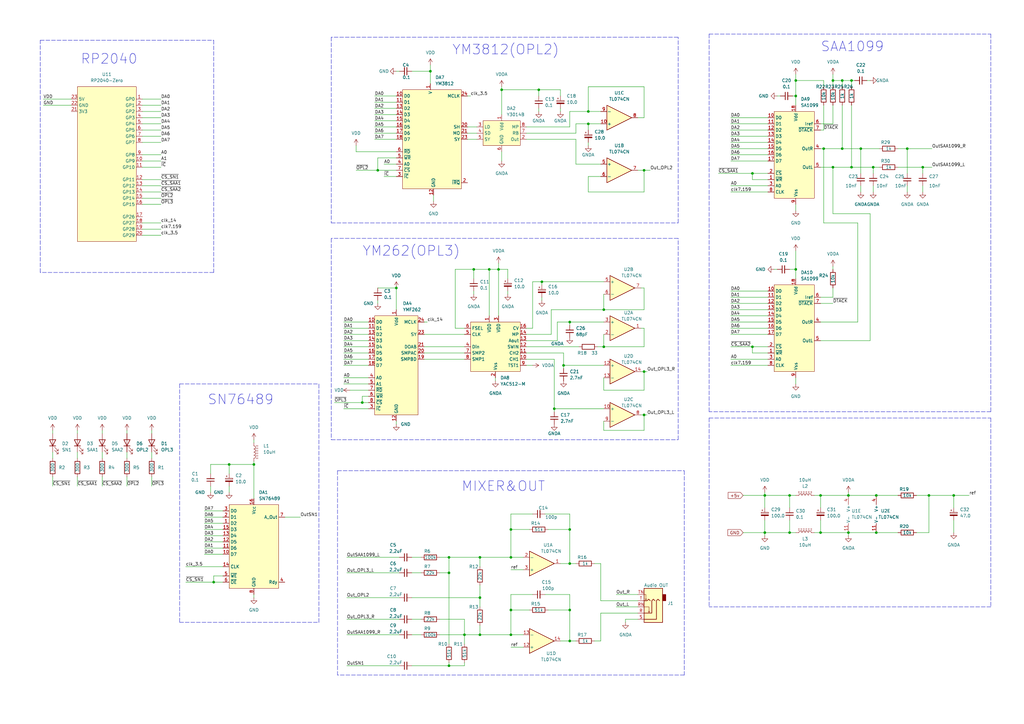
<source format=kicad_sch>
(kicad_sch (version 20211123) (generator eeschema)
  (paper "A3")
  (title_block (title "XT_Sound SN76489+2SAA1099+OPL") (company "Мурмуляторная"))
  (junction (at 326.39 110.49))
  (junction (at 264.16 152.4))
  (junction (at 204.47 110.49))
  (junction (at 209.55 250.19))
  (junction (at 347.98 218.44))
  (junction (at 196.85 260.35))
  (junction (at 194.31 110.49))
  (junction (at 313.69 218.44))
  (junction (at 337.82 60.96))
  (junction (at 209.55 260.35))
  (junction (at 349.25 33.02))
  (junction (at 264.16 69.85))
  (junction (at 104.14 190.5))
  (junction (at 247.65 142.24))
  (junction (at 349.25 68.58))
  (junction (at 231.14 149.86))
  (junction (at 233.68 250.19))
  (junction (at 222.25 115.57))
  (junction (at 233.68 262.89))
  (junction (at 93.98 190.5))
  (junction (at 264.16 170.18))
  (junction (at 241.3 45.72))
  (junction (at 220.98 36.83))
  (junction (at 205.74 36.83))
  (junction (at 176.53 29.21))
  (junction (at 347.98 203.2))
  (junction (at 154.94 69.85))
  (junction (at 323.85 218.44))
  (junction (at 148.59 165.1))
  (junction (at 353.06 60.96))
  (junction (at 184.15 273.05))
  (junction (at 247.65 127))
  (junction (at 358.14 68.58))
  (junction (at 359.41 218.44))
  (junction (at 359.41 203.2))
  (junction (at 341.63 68.58))
  (junction (at 209.55 228.6))
  (junction (at 341.63 33.02))
  (junction (at 345.44 33.02))
  (junction (at 381 203.2))
  (junction (at 326.39 39.37))
  (junction (at 162.56 118.11))
  (junction (at 233.68 217.17))
  (junction (at 378.46 68.58))
  (junction (at 241.3 50.8))
  (junction (at 196.85 245.11))
  (junction (at 336.55 218.44))
  (junction (at 184.15 228.6))
  (junction (at 391.16 203.2))
  (junction (at 227.33 167.64))
  (junction (at 326.39 33.02))
  (junction (at 209.55 217.17))
  (junction (at 196.85 228.6))
  (junction (at 308.61 142.24))
  (junction (at 323.85 203.2))
  (junction (at 308.61 71.12))
  (junction (at 345.44 60.96))
  (junction (at 190.5 260.35))
  (junction (at 184.15 234.95))
  (junction (at 233.68 132.08))
  (junction (at 233.68 231.14))
  (junction (at 336.55 203.2))
  (junction (at 87.63 238.76))
  (junction (at 313.69 203.2))
  (junction (at 200.66 110.49))
  (junction (at 372.11 60.96))
  (wire (pts (xy 196.85 260.35) (xy 209.55 260.35)))
  (wire (pts (xy 186.69 110.49) (xy 186.69 134.62)))
  (polyline (pts (xy 135.89 180.34) (xy 278.13 180.34)))
  (wire (pts (xy 341.63 50.8) (xy 341.63 43.18)))
  (wire (pts (xy 66.04 58.42) (xy 58.42 58.42)))
  (wire (pts (xy 184.15 271.78) (xy 184.15 273.05)))
  (wire (pts (xy 375.92 203.2) (xy 381 203.2)))
  (wire (pts (xy 247.65 142.24) (xy 264.16 142.24)))
  (wire (pts (xy 193.04 39.37) (xy 191.77 39.37)))
  (wire (pts (xy 299.72 124.46) (xy 314.96 124.46)))
  (wire (pts (xy 52.07 195.58) (xy 52.07 199.39)))
  (wire (pts (xy 264.16 69.85) (xy 266.7 69.85)))
  (wire (pts (xy 66.04 68.58) (xy 58.42 68.58)))
  (wire (pts (xy 347.98 203.2) (xy 359.41 203.2)))
  (wire (pts (xy 326.39 33.02) (xy 337.82 33.02)))
  (wire (pts (xy 162.56 64.77) (xy 154.94 64.77)))
  (polyline (pts (xy 135.89 15.24) (xy 135.89 91.44)))
  (wire (pts (xy 66.04 96.52) (xy 58.42 96.52)))
  (wire (pts (xy 323.85 213.36) (xy 323.85 218.44)))
  (wire (pts (xy 372.11 60.96) (xy 368.3 60.96)))
  (wire (pts (xy 66.04 78.74) (xy 58.42 78.74)))
  (wire (pts (xy 154.94 123.19) (xy 154.94 124.46)))
  (polyline (pts (xy 278.13 180.34) (xy 278.13 97.79)))
  (wire (pts (xy 180.34 228.6) (xy 184.15 228.6)))
  (wire (pts (xy 194.31 110.49) (xy 194.31 114.3)))
  (wire (pts (xy 326.39 30.48) (xy 326.39 33.02)))
  (wire (pts (xy 220.98 36.83) (xy 229.87 36.83)))
  (wire (pts (xy 299.72 137.16) (xy 314.96 137.16)))
  (wire (pts (xy 140.97 134.62) (xy 151.13 134.62)))
  (wire (pts (xy 351.79 91.44) (xy 337.82 91.44)))
  (wire (pts (xy 83.82 222.25) (xy 91.44 222.25)))
  (wire (pts (xy 153.67 52.07) (xy 162.56 52.07)))
  (wire (pts (xy 308.61 71.12) (xy 294.64 71.12)))
  (wire (pts (xy 142.24 245.11) (xy 163.83 245.11)))
  (wire (pts (xy 217.17 250.19) (xy 209.55 250.19)))
  (wire (pts (xy 233.68 132.08) (xy 233.68 133.35)))
  (wire (pts (xy 256.54 254) (xy 256.54 255.27)))
  (wire (pts (xy 142.24 234.95) (xy 163.83 234.95)))
  (wire (pts (xy 336.55 203.2) (xy 336.55 208.28)))
  (wire (pts (xy 326.39 102.87) (xy 326.39 110.49)))
  (wire (pts (xy 41.91 176.53) (xy 41.91 177.8)))
  (wire (pts (xy 341.63 30.48) (xy 341.63 33.02)))
  (wire (pts (xy 66.04 91.44) (xy 58.42 91.44)))
  (wire (pts (xy 180.34 234.95) (xy 184.15 234.95)))
  (wire (pts (xy 209.55 228.6) (xy 214.63 228.6)))
  (polyline (pts (xy 138.43 193.04) (xy 280.67 193.04)))
  (wire (pts (xy 140.97 149.86) (xy 151.13 149.86)))
  (wire (pts (xy 391.16 203.2) (xy 391.16 208.28)))
  (wire (pts (xy 264.16 152.4) (xy 262.89 152.4)))
  (wire (pts (xy 173.99 142.24) (xy 190.5 142.24)))
  (wire (pts (xy 157.48 67.31) (xy 162.56 67.31)))
  (wire (pts (xy 168.91 234.95) (xy 172.72 234.95)))
  (wire (pts (xy 157.48 72.39) (xy 162.56 72.39)))
  (polyline (pts (xy 280.67 276.86) (xy 138.43 276.86)))
  (wire (pts (xy 241.3 72.39) (xy 241.3 78.74)))
  (wire (pts (xy 153.67 39.37) (xy 162.56 39.37)))
  (wire (pts (xy 349.25 33.02) (xy 350.52 33.02)))
  (wire (pts (xy 62.23 185.42) (xy 62.23 187.96)))
  (wire (pts (xy 140.97 139.7) (xy 151.13 139.7)))
  (wire (pts (xy 142.24 254) (xy 163.83 254)))
  (wire (pts (xy 140.97 132.08) (xy 151.13 132.08)))
  (wire (pts (xy 233.68 52.07) (xy 233.68 45.72)))
  (wire (pts (xy 381 218.44) (xy 381 203.2)))
  (wire (pts (xy 356.87 33.02) (xy 355.6 33.02)))
  (wire (pts (xy 336.55 60.96) (xy 337.82 60.96)))
  (wire (pts (xy 215.9 147.32) (xy 227.33 147.32)))
  (wire (pts (xy 203.2 154.94) (xy 203.2 156.21)))
  (wire (pts (xy 21.59 176.53) (xy 21.59 177.8)))
  (wire (pts (xy 299.72 60.96) (xy 314.96 60.96)))
  (wire (pts (xy 104.14 190.5) (xy 104.14 204.47)))
  (wire (pts (xy 325.12 39.37) (xy 326.39 39.37)))
  (polyline (pts (xy 135.89 91.44) (xy 278.13 91.44)))
  (wire (pts (xy 246.38 251.46) (xy 261.62 251.46)))
  (wire (pts (xy 337.82 53.34) (xy 337.82 43.18)))
  (polyline (pts (xy 138.43 193.04) (xy 138.43 276.86)))
  (wire (pts (xy 83.82 224.79) (xy 91.44 224.79)))
  (wire (pts (xy 345.44 43.18) (xy 345.44 60.96)))
  (wire (pts (xy 264.16 127) (xy 264.16 118.11)))
  (wire (pts (xy 153.67 49.53) (xy 162.56 49.53)))
  (wire (pts (xy 247.65 176.53) (xy 264.16 176.53)))
  (wire (pts (xy 299.72 55.88) (xy 314.96 55.88)))
  (wire (pts (xy 184.15 234.95) (xy 184.15 264.16)))
  (wire (pts (xy 336.55 68.58) (xy 341.63 68.58)))
  (wire (pts (xy 52.07 176.53) (xy 52.07 177.8)))
  (wire (pts (xy 215.9 142.24) (xy 237.49 142.24)))
  (wire (pts (xy 143.51 160.02) (xy 151.13 160.02)))
  (polyline (pts (xy 73.66 157.48) (xy 73.66 255.27)))
  (wire (pts (xy 168.91 260.35) (xy 172.72 260.35)))
  (wire (pts (xy 31.75 195.58) (xy 31.75 199.39)))
  (wire (pts (xy 349.25 33.02) (xy 345.44 33.02)))
  (wire (pts (xy 196.85 245.11) (xy 196.85 248.92)))
  (polyline (pts (xy 135.89 97.79) (xy 135.89 180.34)))
  (wire (pts (xy 229.87 36.83) (xy 229.87 39.37)))
  (wire (pts (xy 154.94 64.77) (xy 154.94 69.85)))
  (wire (pts (xy 218.44 115.57) (xy 222.25 115.57)))
  (wire (pts (xy 168.91 245.11) (xy 196.85 245.11)))
  (wire (pts (xy 140.97 137.16) (xy 151.13 137.16)))
  (wire (pts (xy 337.82 91.44) (xy 337.82 60.96)))
  (wire (pts (xy 326.39 154.94) (xy 326.39 157.48)))
  (wire (pts (xy 264.16 152.4) (xy 264.16 160.02)))
  (wire (pts (xy 116.84 212.09) (xy 123.19 212.09)))
  (wire (pts (xy 66.04 93.98) (xy 58.42 93.98)))
  (wire (pts (xy 215.9 149.86) (xy 218.44 149.86)))
  (wire (pts (xy 299.72 129.54) (xy 314.96 129.54)))
  (wire (pts (xy 372.11 71.12) (xy 372.11 60.96)))
  (wire (pts (xy 261.62 254) (xy 256.54 254)))
  (wire (pts (xy 264.16 170.18) (xy 262.89 170.18)))
  (wire (pts (xy 245.11 142.24) (xy 247.65 142.24)))
  (wire (pts (xy 168.91 254) (xy 172.72 254)))
  (wire (pts (xy 264.16 176.53) (xy 264.16 170.18)))
  (wire (pts (xy 41.91 185.42) (xy 41.91 187.96)))
  (polyline (pts (xy 290.83 13.97) (xy 290.83 168.91)))
  (wire (pts (xy 66.04 76.2) (xy 58.42 76.2)))
  (wire (pts (xy 353.06 76.2) (xy 353.06 78.74)))
  (wire (pts (xy 215.9 52.07) (xy 233.68 52.07)))
  (wire (pts (xy 91.44 236.22) (xy 87.63 236.22)))
  (wire (pts (xy 66.04 48.26) (xy 58.42 48.26)))
  (wire (pts (xy 17.78 43.18) (xy 29.21 43.18)))
  (wire (pts (xy 104.14 243.84) (xy 104.14 245.11)))
  (polyline (pts (xy 290.83 171.45) (xy 290.83 248.92)))
  (wire (pts (xy 168.91 228.6) (xy 172.72 228.6)))
  (wire (pts (xy 247.65 127) (xy 264.16 127)))
  (wire (pts (xy 140.97 144.78) (xy 151.13 144.78)))
  (wire (pts (xy 391.16 203.2) (xy 397.51 203.2)))
  (polyline (pts (xy 406.4 168.91) (xy 290.83 168.91)))
  (wire (pts (xy 264.16 170.18) (xy 265.43 170.18)))
  (wire (pts (xy 140.97 154.94) (xy 151.13 154.94)))
  (wire (pts (xy 229.87 44.45) (xy 229.87 45.72)))
  (wire (pts (xy 205.74 35.56) (xy 205.74 36.83)))
  (wire (pts (xy 299.72 76.2) (xy 314.96 76.2)))
  (wire (pts (xy 378.46 68.58) (xy 382.27 68.58)))
  (wire (pts (xy 190.5 260.35) (xy 196.85 260.35)))
  (wire (pts (xy 222.25 115.57) (xy 247.65 115.57)))
  (wire (pts (xy 215.9 139.7) (xy 228.6 139.7)))
  (wire (pts (xy 299.72 78.74) (xy 314.96 78.74)))
  (wire (pts (xy 194.31 119.38) (xy 194.31 120.65)))
  (wire (pts (xy 66.04 43.18) (xy 58.42 43.18)))
  (wire (pts (xy 308.61 142.24) (xy 299.72 142.24)))
  (wire (pts (xy 168.91 29.21) (xy 176.53 29.21)))
  (wire (pts (xy 209.55 210.82) (xy 209.55 217.17)))
  (wire (pts (xy 353.06 60.96) (xy 353.06 71.12)))
  (wire (pts (xy 318.77 39.37) (xy 320.04 39.37)))
  (wire (pts (xy 349.25 68.58) (xy 358.14 68.58)))
  (wire (pts (xy 299.72 50.8) (xy 314.96 50.8)))
  (wire (pts (xy 231.14 144.78) (xy 231.14 149.86)))
  (wire (pts (xy 86.36 201.93) (xy 86.36 199.39)))
  (wire (pts (xy 353.06 60.96) (xy 360.68 60.96)))
  (wire (pts (xy 83.82 212.09) (xy 91.44 212.09)))
  (wire (pts (xy 347.98 218.44) (xy 359.41 218.44)))
  (wire (pts (xy 176.53 26.67) (xy 176.53 29.21)))
  (wire (pts (xy 345.44 33.02) (xy 341.63 33.02)))
  (wire (pts (xy 153.67 54.61) (xy 162.56 54.61)))
  (wire (pts (xy 341.63 109.22) (xy 341.63 110.49)))
  (wire (pts (xy 218.44 243.84) (xy 209.55 243.84)))
  (wire (pts (xy 140.97 167.64) (xy 151.13 167.64)))
  (wire (pts (xy 140.97 157.48) (xy 151.13 157.48)))
  (wire (pts (xy 215.9 144.78) (xy 231.14 144.78)))
  (wire (pts (xy 66.04 83.82) (xy 58.42 83.82)))
  (wire (pts (xy 349.25 35.56) (xy 349.25 33.02)))
  (wire (pts (xy 356.87 139.7) (xy 356.87 87.63)))
  (wire (pts (xy 190.5 254) (xy 190.5 260.35)))
  (polyline (pts (xy 16.51 111.76) (xy 16.51 16.51)))
  (wire (pts (xy 233.68 210.82) (xy 233.68 217.17)))
  (wire (pts (xy 358.14 68.58) (xy 360.68 68.58)))
  (wire (pts (xy 208.28 119.38) (xy 208.28 120.65)))
  (wire (pts (xy 345.44 33.02) (xy 345.44 35.56)))
  (wire (pts (xy 226.06 137.16) (xy 226.06 127)))
  (wire (pts (xy 215.9 137.16) (xy 226.06 137.16)))
  (wire (pts (xy 223.52 243.84) (xy 233.68 243.84)))
  (wire (pts (xy 175.26 132.08) (xy 173.99 132.08)))
  (wire (pts (xy 66.04 81.28) (xy 58.42 81.28)))
  (wire (pts (xy 21.59 195.58) (xy 21.59 199.39)))
  (wire (pts (xy 87.63 236.22) (xy 87.63 238.76)))
  (wire (pts (xy 233.68 231.14) (xy 236.22 231.14)))
  (wire (pts (xy 231.14 149.86) (xy 247.65 149.86)))
  (wire (pts (xy 252.73 248.92) (xy 261.62 248.92)))
  (wire (pts (xy 314.96 144.78) (xy 308.61 144.78)))
  (wire (pts (xy 334.01 218.44) (xy 336.55 218.44)))
  (wire (pts (xy 378.46 76.2) (xy 378.46 78.74)))
  (wire (pts (xy 247.65 154.94) (xy 247.65 160.02)))
  (wire (pts (xy 317.5 110.49) (xy 318.77 110.49)))
  (polyline (pts (xy 406.4 248.92) (xy 290.83 248.92)))
  (polyline (pts (xy 130.81 255.27) (xy 130.81 157.48)))
  (wire (pts (xy 326.39 39.37) (xy 326.39 43.18)))
  (wire (pts (xy 83.82 214.63) (xy 91.44 214.63)))
  (wire (pts (xy 241.3 50.8) (xy 241.3 53.34)))
  (wire (pts (xy 236.22 57.15) (xy 236.22 67.31)))
  (wire (pts (xy 204.47 110.49) (xy 204.47 129.54)))
  (wire (pts (xy 246.38 262.89) (xy 246.38 251.46)))
  (wire (pts (xy 41.91 195.58) (xy 41.91 199.39)))
  (wire (pts (xy 196.85 228.6) (xy 196.85 232.41)))
  (wire (pts (xy 83.82 209.55) (xy 91.44 209.55)))
  (polyline (pts (xy 278.13 91.44) (xy 278.13 15.24)))
  (wire (pts (xy 93.98 190.5) (xy 104.14 190.5)))
  (wire (pts (xy 190.5 273.05) (xy 190.5 271.78)))
  (wire (pts (xy 220.98 39.37) (xy 220.98 36.83)))
  (polyline (pts (xy 406.4 13.97) (xy 406.4 168.91)))
  (wire (pts (xy 153.67 44.45) (xy 162.56 44.45)))
  (wire (pts (xy 336.55 121.92) (xy 341.63 121.92)))
  (wire (pts (xy 378.46 68.58) (xy 378.46 71.12)))
  (wire (pts (xy 368.3 68.58) (xy 378.46 68.58)))
  (wire (pts (xy 87.63 238.76) (xy 76.2 238.76)))
  (wire (pts (xy 341.63 68.58) (xy 341.63 87.63)))
  (wire (pts (xy 337.82 60.96) (xy 345.44 60.96)))
  (wire (pts (xy 154.94 118.11) (xy 162.56 118.11)))
  (wire (pts (xy 177.8 80.01) (xy 177.8 82.55)))
  (polyline (pts (xy 278.13 15.24) (xy 135.89 15.24)))
  (wire (pts (xy 341.63 121.92) (xy 341.63 118.11)))
  (wire (pts (xy 299.72 132.08) (xy 314.96 132.08)))
  (wire (pts (xy 162.56 118.11) (xy 162.56 127)))
  (wire (pts (xy 323.85 218.44) (xy 326.39 218.44)))
  (wire (pts (xy 180.34 254) (xy 190.5 254)))
  (wire (pts (xy 246.38 72.39) (xy 241.3 72.39)))
  (polyline (pts (xy 406.4 171.45) (xy 406.4 248.92)))
  (wire (pts (xy 323.85 218.44) (xy 313.69 218.44)))
  (wire (pts (xy 233.68 217.17) (xy 233.68 231.14)))
  (wire (pts (xy 299.72 134.62) (xy 314.96 134.62)))
  (wire (pts (xy 233.68 132.08) (xy 247.65 132.08)))
  (wire (pts (xy 209.55 243.84) (xy 209.55 250.19)))
  (wire (pts (xy 163.83 29.21) (xy 162.56 29.21)))
  (wire (pts (xy 313.69 203.2) (xy 313.69 208.28)))
  (wire (pts (xy 347.98 218.44) (xy 347.98 219.71)))
  (wire (pts (xy 215.9 54.61) (xy 236.22 54.61)))
  (wire (pts (xy 246.38 231.14) (xy 243.84 231.14)))
  (wire (pts (xy 241.3 50.8) (xy 246.38 50.8)))
  (wire (pts (xy 222.25 115.57) (xy 222.25 116.84)))
  (wire (pts (xy 323.85 203.2) (xy 313.69 203.2)))
  (wire (pts (xy 180.34 260.35) (xy 190.5 260.35)))
  (wire (pts (xy 76.2 232.41) (xy 91.44 232.41)))
  (wire (pts (xy 299.72 58.42) (xy 314.96 58.42)))
  (wire (pts (xy 224.79 250.19) (xy 233.68 250.19)))
  (wire (pts (xy 351.79 132.08) (xy 351.79 91.44)))
  (wire (pts (xy 200.66 110.49) (xy 200.66 129.54)))
  (wire (pts (xy 356.87 87.63) (xy 341.63 87.63)))
  (wire (pts (xy 299.72 63.5) (xy 314.96 63.5)))
  (wire (pts (xy 372.11 76.2) (xy 372.11 78.74)))
  (wire (pts (xy 375.92 218.44) (xy 381 218.44)))
  (polyline (pts (xy 290.83 13.97) (xy 406.4 13.97)))
  (wire (pts (xy 173.99 137.16) (xy 190.5 137.16)))
  (wire (pts (xy 191.77 52.07) (xy 195.58 52.07)))
  (wire (pts (xy 341.63 33.02) (xy 341.63 35.56)))
  (wire (pts (xy 247.65 160.02) (xy 264.16 160.02)))
  (polyline (pts (xy 278.13 97.79) (xy 135.89 97.79)))
  (wire (pts (xy 62.23 195.58) (xy 62.23 199.39)))
  (wire (pts (xy 208.28 110.49) (xy 204.47 110.49)))
  (wire (pts (xy 264.16 142.24) (xy 264.16 134.62)))
  (wire (pts (xy 336.55 124.46) (xy 341.63 124.46)))
  (wire (pts (xy 241.3 78.74) (xy 264.16 78.74)))
  (wire (pts (xy 336.55 139.7) (xy 356.87 139.7)))
  (wire (pts (xy 314.96 71.12) (xy 308.61 71.12)))
  (wire (pts (xy 241.3 58.42) (xy 241.3 59.69)))
  (wire (pts (xy 264.16 134.62) (xy 262.89 134.62)))
  (wire (pts (xy 83.82 217.17) (xy 91.44 217.17)))
  (wire (pts (xy 347.98 201.93) (xy 347.98 203.2)))
  (wire (pts (xy 222.25 121.92) (xy 222.25 123.19)))
  (wire (pts (xy 372.11 60.96) (xy 382.27 60.96)))
  (wire (pts (xy 142.24 228.6) (xy 163.83 228.6)))
  (wire (pts (xy 233.68 262.89) (xy 236.22 262.89)))
  (wire (pts (xy 336.55 132.08) (xy 351.79 132.08)))
  (wire (pts (xy 313.69 218.44) (xy 313.69 219.71)))
  (wire (pts (xy 299.72 66.04) (xy 314.96 66.04)))
  (wire (pts (xy 299.72 149.86) (xy 314.96 149.86)))
  (wire (pts (xy 247.65 137.16) (xy 247.65 142.24)))
  (wire (pts (xy 233.68 45.72) (xy 241.3 45.72)))
  (wire (pts (xy 299.72 147.32) (xy 314.96 147.32)))
  (wire (pts (xy 323.85 110.49) (xy 326.39 110.49)))
  (wire (pts (xy 323.85 203.2) (xy 326.39 203.2)))
  (wire (pts (xy 153.67 46.99) (xy 162.56 46.99)))
  (wire (pts (xy 153.67 57.15) (xy 162.56 57.15)))
  (wire (pts (xy 233.68 231.14) (xy 229.87 231.14)))
  (polyline (pts (xy 87.63 16.51) (xy 87.63 111.76)))
  (wire (pts (xy 241.3 35.56) (xy 241.3 45.72)))
  (wire (pts (xy 264.16 48.26) (xy 264.16 35.56)))
  (wire (pts (xy 66.04 73.66) (xy 58.42 73.66)))
  (wire (pts (xy 336.55 53.34) (xy 337.82 53.34)))
  (wire (pts (xy 236.22 54.61) (xy 236.22 50.8)))
  (wire (pts (xy 215.9 57.15) (xy 236.22 57.15)))
  (wire (pts (xy 233.68 243.84) (xy 233.68 250.19)))
  (wire (pts (xy 142.24 260.35) (xy 163.83 260.35)))
  (wire (pts (xy 66.04 55.88) (xy 58.42 55.88)))
  (wire (pts (xy 359.41 218.44) (xy 368.3 218.44)))
  (wire (pts (xy 205.74 62.23) (xy 205.74 66.04)))
  (polyline (pts (xy 87.63 111.76) (xy 16.51 111.76)))
  (wire (pts (xy 66.04 50.8) (xy 58.42 50.8)))
  (wire (pts (xy 200.66 110.49) (xy 204.47 110.49)))
  (wire (pts (xy 208.28 114.3) (xy 208.28 110.49)))
  (wire (pts (xy 194.31 110.49) (xy 200.66 110.49)))
  (wire (pts (xy 83.82 219.71) (xy 91.44 219.71)))
  (wire (pts (xy 264.16 69.85) (xy 261.62 69.85)))
  (wire (pts (xy 218.44 210.82) (xy 209.55 210.82)))
  (wire (pts (xy 21.59 185.42) (xy 21.59 187.96)))
  (wire (pts (xy 233.68 250.19) (xy 233.68 262.89)))
  (polyline (pts (xy 290.83 171.45) (xy 406.4 171.45)))
  (wire (pts (xy 142.24 273.05) (xy 163.83 273.05)))
  (wire (pts (xy 191.77 57.15) (xy 195.58 57.15)))
  (wire (pts (xy 227.33 147.32) (xy 227.33 167.64)))
  (wire (pts (xy 186.69 134.62) (xy 190.5 134.62)))
  (wire (pts (xy 168.91 273.05) (xy 184.15 273.05)))
  (wire (pts (xy 231.14 149.86) (xy 231.14 151.13)))
  (wire (pts (xy 349.25 43.18) (xy 349.25 68.58)))
  (wire (pts (xy 209.55 260.35) (xy 214.63 260.35)))
  (wire (pts (xy 146.05 59.69) (xy 146.05 62.23)))
  (wire (pts (xy 223.52 210.82) (xy 233.68 210.82)))
  (wire (pts (xy 336.55 203.2) (xy 347.98 203.2)))
  (wire (pts (xy 246.38 246.38) (xy 261.62 246.38)))
  (wire (pts (xy 173.99 144.78) (xy 190.5 144.78)))
  (wire (pts (xy 31.75 176.53) (xy 31.75 177.8)))
  (polyline (pts (xy 73.66 157.48) (xy 130.81 157.48)))
  (wire (pts (xy 176.53 29.21) (xy 176.53 34.29)))
  (wire (pts (xy 184.15 273.05) (xy 190.5 273.05)))
  (wire (pts (xy 308.61 73.66) (xy 308.61 71.12)))
  (wire (pts (xy 224.79 217.17) (xy 233.68 217.17)))
  (wire (pts (xy 104.14 180.34) (xy 104.14 181.61)))
  (wire (pts (xy 247.65 172.72) (xy 247.65 176.53)))
  (wire (pts (xy 91.44 238.76) (xy 87.63 238.76)))
  (wire (pts (xy 247.65 120.65) (xy 247.65 127)))
  (wire (pts (xy 241.3 45.72) (xy 246.38 45.72)))
  (wire (pts (xy 220.98 36.83) (xy 205.74 36.83)))
  (wire (pts (xy 236.22 50.8) (xy 241.3 50.8)))
  (wire (pts (xy 326.39 110.49) (xy 326.39 114.3)))
  (wire (pts (xy 391.16 213.36) (xy 391.16 218.44)))
  (wire (pts (xy 299.72 119.38) (xy 314.96 119.38)))
  (wire (pts (xy 148.59 165.1) (xy 151.13 165.1)))
  (wire (pts (xy 196.85 240.03) (xy 196.85 245.11)))
  (wire (pts (xy 313.69 201.93) (xy 313.69 203.2)))
  (wire (pts (xy 314.96 73.66) (xy 308.61 73.66)))
  (wire (pts (xy 17.78 40.64) (xy 29.21 40.64)))
  (wire (pts (xy 359.41 203.2) (xy 368.3 203.2)))
  (wire (pts (xy 358.14 68.58) (xy 358.14 71.12)))
  (wire (pts (xy 62.23 176.53) (xy 62.23 177.8)))
  (wire (pts (xy 186.69 110.49) (xy 194.31 110.49)))
  (wire (pts (xy 246.38 231.14) (xy 246.38 246.38)))
  (wire (pts (xy 336.55 50.8) (xy 341.63 50.8)))
  (wire (pts (xy 66.04 66.04) (xy 58.42 66.04)))
  (wire (pts (xy 209.55 233.68) (xy 214.63 233.68)))
  (wire (pts (xy 93.98 199.39) (xy 93.98 201.93)))
  (wire (pts (xy 337.82 33.02) (xy 337.82 35.56)))
  (wire (pts (xy 204.47 107.95) (xy 204.47 110.49)))
  (wire (pts (xy 66.04 63.5) (xy 58.42 63.5)))
  (wire (pts (xy 323.85 208.28) (xy 323.85 203.2)))
  (wire (pts (xy 146.05 69.85) (xy 154.94 69.85)))
  (wire (pts (xy 228.6 132.08) (xy 233.68 132.08)))
  (wire (pts (xy 336.55 218.44) (xy 347.98 218.44)))
  (wire (pts (xy 314.96 142.24) (xy 308.61 142.24)))
  (wire (pts (xy 86.36 194.31) (xy 86.36 190.5)))
  (wire (pts (xy 233.68 262.89) (xy 229.87 262.89)))
  (wire (pts (xy 140.97 142.24) (xy 151.13 142.24)))
  (wire (pts (xy 205.74 36.83) (xy 205.74 46.99)))
  (wire (pts (xy 326.39 83.82) (xy 326.39 86.36)))
  (wire (pts (xy 313.69 213.36) (xy 313.69 218.44)))
  (wire (pts (xy 196.85 228.6) (xy 209.55 228.6)))
  (wire (pts (xy 326.39 33.02) (xy 326.39 39.37)))
  (wire (pts (xy 304.8 218.44) (xy 313.69 218.44)))
  (wire (pts (xy 52.07 185.42) (xy 52.07 187.96)))
  (wire (pts (xy 146.05 62.23) (xy 162.56 62.23)))
  (wire (pts (xy 154.94 69.85) (xy 162.56 69.85)))
  (wire (pts (xy 66.04 45.72) (xy 58.42 45.72)))
  (wire (pts (xy 226.06 127) (xy 247.65 127)))
  (wire (pts (xy 196.85 256.54) (xy 196.85 260.35)))
  (wire (pts (xy 153.67 41.91) (xy 162.56 41.91)))
  (wire (pts (xy 334.01 203.2) (xy 336.55 203.2)))
  (wire (pts (xy 140.97 147.32) (xy 151.13 147.32)))
  (wire (pts (xy 190.5 260.35) (xy 190.5 264.16)))
  (wire (pts (xy 341.63 68.58) (xy 349.25 68.58)))
  (polyline (pts (xy 73.66 255.27) (xy 130.81 255.27)))
  (wire (pts (xy 299.72 121.92) (xy 314.96 121.92)))
  (wire (pts (xy 218.44 134.62) (xy 218.44 115.57)))
  (wire (pts (xy 304.8 203.2) (xy 313.69 203.2)))
  (wire (pts (xy 308.61 144.78) (xy 308.61 142.24)))
  (wire (pts (xy 137.16 165.1) (xy 148.59 165.1)))
  (wire (pts (xy 265.43 152.4) (xy 264.16 152.4)))
  (wire (pts (xy 381 203.2) (xy 391.16 203.2)))
  (wire (pts (xy 148.59 162.56) (xy 151.13 162.56)))
  (wire (pts (xy 358.14 76.2) (xy 358.14 78.74)))
  (wire (pts (xy 264.16 118.11) (xy 262.89 118.11)))
  (wire (pts (xy 228.6 139.7) (xy 228.6 132.08)))
  (wire (pts (xy 66.04 40.64) (xy 58.42 40.64)))
  (wire (pts (xy 246.38 67.31) (xy 236.22 67.31)))
  (wire (pts (xy 299.72 53.34) (xy 314.96 53.34)))
  (wire (pts (xy 162.56 172.72) (xy 162.56 173.99)))
  (wire (pts (xy 227.33 167.64) (xy 247.65 167.64)))
  (wire (pts (xy 215.9 134.62) (xy 218.44 134.62)))
  (wire (pts (xy 184.15 228.6) (xy 196.85 228.6)))
  (wire (pts (xy 209.55 250.19) (xy 209.55 260.35)))
  (wire (pts (xy 261.62 48.26) (xy 264.16 48.26)))
  (wire (pts (xy 209.55 265.43) (xy 214.63 265.43)))
  (wire (pts (xy 299.72 127) (xy 314.96 127)))
  (polyline (pts (xy 16.51 16.51) (xy 87.63 16.51)))
  (wire (pts (xy 246.38 262.89) (xy 243.84 262.89)))
  (wire (pts (xy 184.15 234.95) (xy 184.15 228.6)))
  (wire (pts (xy 217.17 217.17) (xy 209.55 217.17)))
  (wire (pts (xy 299.72 48.26) (xy 314.96 48.26)))
  (wire (pts (xy 336.55 213.36) (xy 336.55 218.44)))
  (wire (pts (xy 264.16 35.56) (xy 241.3 35.56)))
  (wire (pts (xy 209.55 217.17) (xy 209.55 228.6)))
  (wire (pts (xy 93.98 194.31) (xy 93.98 190.5)))
  (wire (pts (xy 104.14 189.23) (xy 104.14 190.5)))
  (wire (pts (xy 264.16 78.74) (xy 264.16 69.85)))
  (wire (pts (xy 220.98 44.45) (xy 220.98 45.72)))
  (wire (pts (xy 86.36 190.5) (xy 93.98 190.5)))
  (wire (pts (xy 345.44 60.96) (xy 353.06 60.96)))
  (wire (pts (xy 148.59 162.56) (xy 148.59 165.1)))
  (polyline (pts (xy 280.67 193.04) (xy 280.67 276.86)))
  (wire (pts (xy 191.77 54.61) (xy 195.58 54.61)))
  (wire (pts (xy 83.82 227.33) (xy 91.44 227.33)))
  (wire (pts (xy 66.04 53.34) (xy 58.42 53.34)))
  (wire (pts (xy 252.73 243.84) (xy 261.62 243.84)))
  (wire (pts (xy 173.99 147.32) (xy 190.5 147.32)))
  (wire (pts (xy 227.33 167.64) (xy 227.33 168.91)))
  (wire (pts (xy 31.75 185.42) (xy 31.75 187.96)))
  (text "YM262(OPL3)" (at 148.59 105.41 0) (effects (font (size 4 4)) (justify left bottom)))
  (text "YM3812(OPL2)" (at 185.42 22.86 0) (effects (font (size 4 4)) (justify left bottom)))
  (text "MIXER&OUT" (at 189.23 201.93 0) (effects (font (size 4 4)) (justify left bottom)))
  (text "SAA1099" (at 336.55 21.59 0) (effects (font (size 4 4)) (justify left bottom)))
  (text "RP2040" (at 33.02 26.67 0) (effects (font (size 4 4)) (justify left bottom)))
  (text "SN76489" (at 85.09 166.37 0) (effects (font (size 4 4)) (justify left bottom)))
  (label "DA3" (at 299.72 55.88 0))
  (label "~{OPL3}" (at 66.04 83.82 0))
  (label "~{CS_SAA2}" (at 299.72 142.24 0))
  (label "DA0" (at 66.04 40.64 0))
  (label "ref" (at 209.55 233.68 0))
  (label "DA5" (at 83.82 214.63 0))
  (label "DA1" (at 153.67 41.91 0))
  (label "clk_14" (at 66.04 91.44 0))
  (label "DA0" (at 83.82 227.33 0))
  (label "DA1" (at 299.72 50.8 0))
  (label "Out_OPL3_L" (at 142.24 234.95 0))
  (label "DA3" (at 66.04 48.26 0))
  (label "~{OPL3}" (at 62.23 199.39 0))
  (label "~{CS_SAA2}" (at 41.91 199.39 0))
  (label "DA0" (at 153.67 39.37 0))
  (label "OutSAA1099_R" (at 142.24 260.35 0))
  (label "OutSAA1099_R" (at 382.27 60.96 0))
  (label "~{DTACK}" (at 341.63 124.46 0))
  (label "DA4" (at 153.67 49.53 0))
  (label "DA6" (at 66.04 55.88 0))
  (label "DA1" (at 66.04 43.18 0))
  (label "DA5" (at 299.72 132.08 0))
  (label "~{OPL3}" (at 137.16 165.1 0))
  (label "~{IC}" (at 140.97 167.64 0))
  (label "clk_3.5" (at 193.04 39.37 0))
  (label "DA0" (at 299.72 119.38 0))
  (label "DA5" (at 153.67 52.07 0))
  (label "A0" (at 140.97 154.94 0))
  (label "A0" (at 66.04 63.5 0))
  (label "OutSAA1099_L" (at 142.24 228.6 0))
  (label "ref" (at 397.51 203.2 0))
  (label "A0" (at 299.72 147.32 0))
  (label "DA6" (at 83.82 212.09 0))
  (label "clk7.159" (at 299.72 149.86 0))
  (label "~{OPL2}" (at 66.04 81.28 0))
  (label "DA1" (at 140.97 134.62 0))
  (label "DA2" (at 153.67 44.45 0))
  (label "DA7" (at 66.04 58.42 0))
  (label "Out_OPL3_L" (at 265.43 170.18 0))
  (label "DA6" (at 153.67 54.61 0))
  (label "DA2" (at 299.72 53.34 0))
  (label "DA7" (at 140.97 149.86 0))
  (label "DA7" (at 153.67 57.15 0))
  (label "~{IC}" (at 157.48 72.39 0))
  (label "DA2" (at 140.97 137.16 0))
  (label "~{OPL2}" (at 146.05 69.85 0))
  (label "DA4" (at 299.72 129.54 0))
  (label "OutSAA1099_L" (at 382.27 68.58 0))
  (label "A1" (at 66.04 66.04 0))
  (label "DA2" (at 83.82 222.25 0))
  (label "DA5" (at 299.72 60.96 0))
  (label "DA6" (at 299.72 63.5 0))
  (label "~{CS_SAA2}" (at 66.04 78.74 0))
  (label "Out_OPL2" (at 266.7 69.85 0))
  (label "VDD" (at 17.78 40.64 0))
  (label "DA4" (at 83.82 217.17 0))
  (label "~{DTACK}" (at 337.82 53.34 0))
  (label "OutSN1" (at 142.24 273.05 0))
  (label "~{CS_SN1}" (at 76.2 238.76 0))
  (label "~{CS_SN1}" (at 66.04 73.66 0))
  (label "DA0" (at 299.72 48.26 0))
  (label "clk7.159" (at 299.72 78.74 0))
  (label "DA4" (at 299.72 58.42 0))
  (label "DA4" (at 140.97 142.24 0))
  (label "DA2" (at 66.04 45.72 0))
  (label "A0" (at 157.48 67.31 0))
  (label "~{CS_SAA1}" (at 66.04 76.2 0))
  (label "DA6" (at 299.72 134.62 0))
  (label "~{IC}" (at 66.04 68.58 0))
  (label "~{OPL2}" (at 52.07 199.39 0))
  (label "DA1" (at 83.82 224.79 0))
  (label "DA3" (at 140.97 139.7 0))
  (label "Out_OPL2" (at 142.24 245.11 0))
  (label "A1" (at 140.97 157.48 0))
  (label "DA5" (at 140.97 144.78 0))
  (label "clk_3.5" (at 76.2 232.41 0))
  (label "DA2" (at 299.72 124.46 0))
  (label "~{CS_SAA1}" (at 31.75 199.39 0))
  (label "Out_OPL3_R" (at 265.43 152.4 0))
  (label "DA7" (at 299.72 137.16 0))
  (label "DA5" (at 66.04 53.34 0))
  (label "~{CS_SN1}" (at 21.59 199.39 0))
  (label "~{CS_SAA1}" (at 294.64 71.12 0))
  (label "clk7.159" (at 66.04 93.98 0))
  (label "OutSN1" (at 123.19 212.09 0))
  (label "A0" (at 299.72 76.2 0))
  (label "GND" (at 17.78 43.18 0))
  (label "DA4" (at 66.04 50.8 0))
  (label "clk_14" (at 175.26 132.08 0))
  (label "DA0" (at 140.97 132.08 0))
  (label "Out_L" (at 252.73 248.92 0))
  (label "DA3" (at 83.82 219.71 0))
  (label "DA1" (at 299.72 121.92 0))
  (label "DA7" (at 299.72 66.04 0))
  (label "Out_OPL3_R" (at 142.24 254 0))
  (label "ref" (at 209.55 265.43 0))
  (label "DA3" (at 153.67 46.99 0))
  (label "DA7" (at 83.82 209.55 0))
  (label "clk_3.5" (at 66.04 96.52 0))
  (label "DA3" (at 299.72 127 0))
  (label "DA6" (at 140.97 147.32 0))
  (label "Out_R" (at 252.73 243.84 0))
  (global_label "+5v" (shape input) (at 304.8 203.2 180) (property "Intersheet References" "${INTERSHEET_REFS}" (effects hide)))
  (global_label "GND" (shape input) (at 304.8 218.44 180) (property "Intersheet References" "${INTERSHEET_REFS}" (effects hide)))
  (symbol (lib_id "Device:C_Small") (at 353.06 73.66 0) (unit 1)
    (property "Reference" "C23" (at 347.98 72.39 0) (effects (justify left)))
    (property "Value" "10nF" (at 346.71 76.2 0) (effects (justify left)))
    (property "Footprint" "Capacitor_SMD:C_0805_2012Metric_Pad1.18x1.45mm_HandSolder" (effects hide))
  )
  (symbol (lib_id "Device:R") (at 241.3 142.24 90) (unit 1)
    (property "Reference" "R18" (at 238.76 144.78 90))
    (property "Value" "33" (at 243.84 144.78 90))
    (property "Footprint" "Resistor_SMD:R_0805_2012Metric_Pad1.20x1.40mm_HandSolder" (effects hide))
  )
  (symbol (lib_id "SAA1099:SA1099") (at 317.5 45.72 0) (unit 1)
    (property "Reference" "DA9" (at 328.4094 40.64 0) (effects (justify left)))
    (property "Value" "SA1099" (at 328.4094 43.18 0) (effects (justify left)))
    (property "Footprint" "Package_DIP:DIP-18_W7.62mm" (effects hide))
  )
  (symbol (lib_id "power:GNDA") (at 194.31 120.65 0) (unit 1)
    (property "Reference" "#PWR0145" (effects hide))
    (property "Value" "GNDA" (at 194.31 125.73 0))
  )
  (symbol (lib_id "adlib:Y3014B") (at 198.12 49.53 0) (unit 1)
    (property "Reference" "DA2" (at 207.7594 44.45 0) (effects (justify left)))
    (property "Value" "Y3014B" (at 207.7594 46.99 0) (effects (justify left)))
    (property "Footprint" "Package_DIP:DIP-8_W7.62mm_LongPads" (effects hide))
  )
  (symbol (lib_id "power:VDDA") (at 204.47 107.95 0) (unit 1)
    (property "Reference" "#PWR0140" (effects hide))
    (property "Value" "VDDA" (at 204.47 102.87 0))
  )
  (symbol (lib_id "power:VDDA") (at 218.44 149.86 270) (unit 1)
    (property "Reference" "#PWR0142" (effects hide))
    (property "Value" "VDDA" (at 222.25 149.8599 90) (effects (justify left)))
  )
  (symbol (lib_id "Device:R") (at 21.59 191.77 0) (unit 1)
    (property "Reference" "R2" (at 25.4 191.77 0))
    (property "Value" "300" (at 21.59 191.77 90))
    (property "Footprint" "Resistor_SMD:R_0805_2012Metric_Pad1.20x1.40mm_HandSolder" (effects hide))
  )
  (symbol (lib_id "power:VDD") (at 326.39 102.87 0) (unit 1)
    (property "Reference" "#PWR0120" (effects hide))
    (property "Value" "VDD" (at 326.39 97.79 0))
  )
  (symbol (lib_id "Amplifier_Operational:TL074") (at 255.27 170.18 0) (unit 3)
    (property "Reference" "U2" (at 257.81 163.83 0))
    (property "Value" "TL074CN" (at 259.08 166.37 0))
    (property "Footprint" "Package_DIP:DIP-14_W7.62mm_Socket" (effects hide))
    (property "Datasheet" "http://www.ti.com/lit/ds/symlink/tl071.pdf" (effects hide))
  )
  (symbol (lib_id "Device:LED") (at 41.91 181.61 90) (unit 1)
    (property "Reference" "D5" (at 45.72 181.9274 90) (effects (justify right)))
    (property "Value" "SAA2" (at 45.72 184.4674 90) (effects (justify right)))
    (property "Footprint" "LED_THT:LED_Rectangular_W5.0mm_H2.0mm" (effects hide))
  )
  (symbol (lib_id "power:GNDA") (at 233.68 138.43 0) (unit 1)
    (property "Reference" "#PWR0104" (effects hide))
    (property "Value" "GNDA" (at 228.6 140.97 0))
  )
  (symbol (lib_id "Device:C_Small") (at 358.14 73.66 0) (unit 1)
    (property "Reference" "C24" (at 360.68 72.3962 0) (effects (justify left)))
    (property "Value" "10nF" (at 359.41 76.2 0) (effects (justify left)))
    (property "Footprint" "Capacitor_SMD:C_0805_2012Metric_Pad1.18x1.45mm_HandSolder" (effects hide))
  )
  (symbol (lib_id "Device:C_Small") (at 86.36 196.85 180) (unit 1)
    (property "Reference" "C1" (at 80.01 194.31 0))
    (property "Value" "0.1" (at 80.01 196.85 0))
    (property "Footprint" "Capacitor_SMD:C_0805_2012Metric_Pad1.18x1.45mm_HandSolder" (effects hide))
  )
  (symbol (lib_id "power:VDD") (at 41.91 176.53 0) (unit 1)
    (property "Reference" "#PWR0108" (effects hide))
    (property "Value" "VDD" (at 41.91 171.45 0))
  )
  (symbol (lib_id "Device:C_Small") (at 372.11 73.66 0) (unit 1)
    (property "Reference" "C25" (at 367.03 72.39 0) (effects (justify left)))
    (property "Value" "10nF" (at 367.03 76.2 0) (effects (justify left)))
    (property "Footprint" "Capacitor_SMD:C_0805_2012Metric_Pad1.18x1.45mm_HandSolder" (effects hide))
  )
  (symbol (lib_id "Device:R") (at 220.98 250.19 270) (unit 1)
    (property "Reference" "R15" (at 219.71 247.65 90))
    (property "Value" "51k" (at 220.98 250.19 90))
    (property "Footprint" "Resistor_SMD:R_0805_2012Metric_Pad1.20x1.40mm_HandSolder" (effects hide))
  )
  (symbol (lib_id "power:VDDA") (at 341.63 30.48 0) (unit 1)
    (property "Reference" "#PWR0132" (effects hide))
    (property "Value" "VDDA" (at 341.63 25.4 0))
  )
  (symbol (lib_id "Amplifier_Operational:TL074") (at 222.25 262.89 0) (mirror x) (unit 4)
    (property "Reference" "U1" (at 226.06 267.97 0))
    (property "Value" "TL074CN" (at 226.06 270.51 0))
    (property "Footprint" "Package_DIP:DIP-14_W7.62mm_Socket" (effects hide))
    (property "Datasheet" "http://www.ti.com/lit/ds/symlink/tl071.pdf" (effects hide))
  )
  (symbol (lib_id "Device:C_Polarized_Small") (at 336.55 210.82 0) (unit 1)
    (property "Reference" "C31" (at 339.09 209.0038 0) (effects (justify left)))
    (property "Value" "100.0" (at 339.09 211.5438 0) (effects (justify left)))
    (property "Footprint" "Capacitor_SMD:CP_Elec_5x5.4" (effects hide))
  )
  (symbol (lib_id "Device:C_Polarized_Small") (at 313.69 210.82 0) (unit 1)
    (property "Reference" "C29" (at 316.23 209.0038 0) (effects (justify left)))
    (property "Value" "100.0" (at 316.23 211.5438 0) (effects (justify left)))
    (property "Footprint" "Capacitor_SMD:CP_Elec_5x5.4" (effects hide))
  )
  (symbol (lib_id "power:GNDA") (at 356.87 33.02 90) (mirror x) (unit 1)
    (property "Reference" "#PWR0118" (effects hide))
    (property "Value" "GNDA" (at 364.49 33.02 90) (effects (justify left)))
  )
  (symbol (lib_id "Amplifier_Operational:TL074") (at 254 48.26 0) (mirror x) (unit 3)
    (property "Reference" "U1" (at 254 38.1 0))
    (property "Value" "TL074CN" (at 254 40.64 0))
    (property "Footprint" "Package_DIP:DIP-14_W7.62mm_Socket" (effects hide))
    (property "Datasheet" "http://www.ti.com/lit/ds/symlink/tl071.pdf" (effects hide))
  )
  (symbol (lib_id "Device:C_Small") (at 166.37 29.21 270) (unit 1)
    (property "Reference" "C4" (at 165.1 26.67 90) (effects (justify left)))
    (property "Value" "0.1" (at 165.0938 31.75 90) (effects (justify left)))
    (property "Footprint" "Capacitor_SMD:C_0805_2012Metric_Pad1.18x1.45mm_HandSolder" (effects hide))
  )
  (symbol (lib_id "power:VDD") (at 143.51 160.02 90) (unit 1)
    (property "Reference" "#PWR0103" (effects hide))
    (property "Value" "VDD" (at 137.16 160.02 90) (effects (justify right)))
  )
  (symbol (lib_id "power:GNDA") (at 205.74 66.04 0) (unit 1)
    (property "Reference" "#PWR0141" (effects hide))
    (property "Value" "GNDA" (at 205.74 71.12 0))
  )
  (symbol (lib_id "power:GND") (at 154.94 124.46 0) (unit 1)
    (property "Reference" "#PWR0148" (effects hide))
    (property "Value" "GND" (at 151.13 124.46 0))
  )
  (symbol (lib_id "Device:R") (at 190.5 267.97 180) (unit 1)
    (property "Reference" "R11" (at 187.96 264.16 0))
    (property "Value" "51k" (at 190.5 267.97 90))
    (property "Footprint" "Resistor_SMD:R_0805_2012Metric_Pad1.20x1.40mm_HandSolder" (effects hide))
  )
  (symbol (lib_id "power:GNDA") (at 220.98 45.72 0) (mirror y) (unit 1)
    (property "Reference" "#PWR0139" (effects hide))
    (property "Value" "GNDA" (at 223.52 49.53 0) (effects (justify left)))
  )
  (symbol (lib_id "Device:R") (at 337.82 39.37 180) (unit 1)
    (property "Reference" "R22" (at 336.55 35.56 0))
    (property "Value" "10k" (at 337.82 39.37 90))
    (property "Footprint" "Resistor_SMD:R_0805_2012Metric_Pad1.20x1.40mm_HandSolder" (effects hide))
  )
  (symbol (lib_id "power:GND") (at 162.56 29.21 270) (unit 1)
    (property "Reference" "#PWR0136" (effects hide))
    (property "Value" "GND" (at 157.48 29.21 90))
  )
  (symbol (lib_id "Device:C_Small") (at 227.33 171.45 0) (unit 1)
    (property "Reference" "C17" (at 229.87 170.1862 0) (effects (justify left)))
    (property "Value" "2.7nF" (at 229.87 172.7262 0) (effects (justify left)))
    (property "Footprint" "Capacitor_SMD:C_0805_2012Metric_Pad1.18x1.45mm_HandSolder" (effects hide))
  )
  (symbol (lib_id "adlib:YM3812") (at 165.1 36.83 0) (unit 1)
    (property "Reference" "DA7" (at 178.5494 31.75 0) (effects (justify left)))
    (property "Value" "YM3812" (at 178.5494 34.29 0) (effects (justify left)))
    (property "Footprint" "Package_DIP:DIP-24_W15.24mm" (effects hide))
  )
  (symbol (lib_id "power:GNDA") (at 391.16 218.44 0) (unit 1)
    (property "Reference" "#PWR0114" (effects hide))
    (property "Value" "GNDA" (at 391.16 223.52 0))
  )
  (symbol (lib_id "Device:R") (at 220.98 217.17 270) (unit 1)
    (property "Reference" "R14" (at 219.71 214.63 90))
    (property "Value" "51k" (at 220.98 217.17 90))
    (property "Footprint" "Resistor_SMD:R_0805_2012Metric_Pad1.20x1.40mm_HandSolder" (effects hide))
  )
  (symbol (lib_id "power:GNDA") (at 208.28 120.65 0) (unit 1)
    (property "Reference" "#PWR0146" (effects hide))
    (property "Value" "GNDA" (at 208.28 125.73 0))
  )
  (symbol (lib_id "Amplifier_Operational:TL074") (at 361.95 210.82 0) (unit 5)
    (property "Reference" "U2" (at 363.22 209.55 0))
    (property "Value" "TL074CN" (at 364.49 212.09 0))
    (property "Footprint" "Package_DIP:DIP-14_W7.62mm_Socket" (effects hide))
    (property "Datasheet" "http://www.ti.com/lit/ds/symlink/tl071.pdf" (effects hide))
  )
  (symbol (lib_id "Device:C_Small") (at 194.31 116.84 0) (unit 1)
    (property "Reference" "C11" (at 196.85 115.5762 0) (effects (justify left)))
    (property "Value" "0.1" (at 196.85 118.1162 0) (effects (justify left)))
    (property "Footprint" "Capacitor_SMD:C_0805_2012Metric_Pad1.18x1.45mm_HandSolder" (effects hide))
  )
  (symbol (lib_id "power:GND") (at 177.8 82.55 0) (unit 1)
    (property "Reference" "#PWR0134" (effects hide))
    (property "Value" "GND" (at 177.8 87.63 0))
  )
  (symbol (lib_id "Device:C_Small") (at 378.46 73.66 0) (unit 1)
    (property "Reference" "C27" (at 381 72.39 0) (effects (justify left)))
    (property "Value" "10nF" (at 381 76.2 0) (effects (justify left)))
    (property "Footprint" "Capacitor_SMD:C_0805_2012Metric_Pad1.18x1.45mm_HandSolder" (effects hide))
  )
  (symbol (lib_id "power:VDD") (at 326.39 30.48 0) (unit 1)
    (property "Reference" "#PWR0131" (effects hide))
    (property "Value" "VDD" (at 326.39 25.4 0))
  )
  (symbol (lib_id "Device:R") (at 240.03 262.89 270) (unit 1)
    (property "Reference" "R17" (at 238.76 260.35 90))
    (property "Value" "1k" (at 240.03 262.89 90))
    (property "Footprint" "Resistor_SMD:R_0805_2012Metric_Pad1.20x1.40mm_HandSolder" (effects hide))
  )
  (symbol (lib_id "Device:LED") (at 21.59 181.61 90) (unit 1)
    (property "Reference" "D2" (at 25.4 181.9274 90) (effects (justify right)))
    (property "Value" "SN1" (at 25.4 184.4674 90) (effects (justify right)))
    (property "Footprint" "LED_THT:LED_Rectangular_W5.0mm_H2.0mm" (effects hide))
  )
  (symbol (lib_id "power:GNDA") (at 203.2 156.21 0) (unit 1)
    (property "Reference" "#PWR0143" (effects hide))
    (property "Value" "GNDA" (at 203.2 161.29 0))
  )
  (symbol (lib_id "Device:C_Polarized_Small") (at 208.28 116.84 0) (unit 1)
    (property "Reference" "C12" (at 210.82 115.0238 0) (effects (justify left)))
    (property "Value" "10.0" (at 210.82 117.5638 0) (effects (justify left)))
    (property "Footprint" "Capacitor_SMD:CP_Elec_4x5.4" (effects hide))
  )
  (symbol (lib_id "Connector:AudioJack3_SwitchTR") (at 266.7 251.46 180) (unit 1)
    (property "Reference" "J1" (at 273.8119 247.4503 0) (effects (justify right)))
    (property "Value" "Audio OUT" (at 264.16 240.03 0) (effects (justify right)))
    (property "Footprint" "Connector_Audio:Jack_3.5mm_CUI_SJ1-3525N_Horizontal" (effects hide))
  )
  (symbol (lib_id "opl3:YAC512-M") (at 193.04 132.08 0) (unit 1)
    (property "Reference" "DA8" (at 205.2194 154.94 0) (effects (justify left)))
    (property "Value" "YAC512-M" (at 205.2194 157.48 0) (effects (justify left)))
    (property "Footprint" "Package_SO:SOIC-16_4.55x10.3mm_P1.27mm" (effects hide))
  )
  (symbol (lib_id "Device:R") (at 349.25 39.37 180) (unit 1)
    (property "Reference" "R26" (at 347.98 35.56 0))
    (property "Value" "1k" (at 349.25 39.37 90))
    (property "Footprint" "Resistor_SMD:R_0805_2012Metric_Pad1.20x1.40mm_HandSolder" (effects hide))
  )
  (symbol (lib_id "power:GND") (at 318.77 39.37 270) (unit 1)
    (property "Reference" "#PWR0130" (effects hide))
    (property "Value" "GND" (at 311.15 39.37 90) (effects (justify left)))
  )
  (symbol (lib_id "Device:C_Small") (at 321.31 110.49 90) (unit 1)
    (property "Reference" "C19" (at 321.3163 104.14 90))
    (property "Value" "0.1" (at 321.3163 106.68 90))
    (property "Footprint" "Capacitor_SMD:C_0805_2012Metric_Pad1.18x1.45mm_HandSolder" (effects hide))
  )
  (symbol (lib_id "Device:L_Ferrite") (at 330.2 203.2 90) (unit 1)
    (property "Reference" "L2" (at 330.2 199.39 90))
    (property "Value" "10uH" (at 330.2 196.85 90))
    (property "Footprint" "Inductor_SMD:L_0805_2012Metric_Pad1.15x1.40mm_HandSolder" (effects hide))
  )
  (symbol (lib_id "power:GNDA") (at 227.33 173.99 0) (unit 1)
    (property "Reference" "#PWR0106" (effects hide))
    (property "Value" "GNDA" (at 227.33 177.8 0))
  )
  (symbol (lib_id "power:GNDA") (at 353.06 78.74 0) (unit 1)
    (property "Reference" "#PWR0115" (effects hide))
    (property "Value" "GNDA" (at 353.06 83.82 0))
  )
  (symbol (lib_id "sn:SN76489") (at 93.98 207.01 0) (unit 1)
    (property "Reference" "DA1" (at 106.1594 201.93 0) (effects (justify left)))
    (property "Value" "SN76489" (at 106.1594 204.47 0) (effects (justify left)))
    (property "Footprint" "Package_DIP:DIP-16_W7.62mm" (effects hide))
  )
  (symbol (lib_id "Device:R") (at 176.53 234.95 270) (unit 1)
    (property "Reference" "R7" (at 175.26 232.41 90))
    (property "Value" "22k" (at 176.53 234.95 90))
    (property "Footprint" "Resistor_SMD:R_0805_2012Metric_Pad1.20x1.40mm_HandSolder" (effects hide))
  )
  (symbol (lib_id "power:GNDA") (at 378.46 78.74 0) (unit 1)
    (property "Reference" "#PWR0119" (effects hide))
    (property "Value" "GNDA" (at 378.46 83.82 0))
  )
  (symbol (lib_id "Device:R") (at 240.03 231.14 270) (unit 1)
    (property "Reference" "R16" (at 238.76 228.6 90))
    (property "Value" "1k" (at 240.03 231.14 90))
    (property "Footprint" "Resistor_SMD:R_0805_2012Metric_Pad1.20x1.40mm_HandSolder" (effects hide))
  )
  (symbol (lib_id "power:GND") (at 313.69 219.71 0) (unit 1)
    (property "Reference" "#PWR0126" (effects hide))
    (property "Value" "GND" (at 313.69 224.79 0))
  )
  (symbol (lib_id "Device:R") (at 41.91 191.77 0) (unit 1)
    (property "Reference" "R4" (at 45.72 191.77 0))
    (property "Value" "300" (at 41.91 191.77 90))
    (property "Footprint" "Resistor_SMD:R_0805_2012Metric_Pad1.20x1.40mm_HandSolder" (effects hide))
  )
  (symbol (lib_id "opl3:YMF262") (at 153.67 129.54 0) (unit 1)
    (property "Reference" "DA4" (at 165.2144 124.46 0) (effects (justify left)))
    (property "Value" "YMF262" (at 165.2144 127 0) (effects (justify left)))
    (property "Footprint" "Package_SO:SOP-24_7.5x15.4mm_P1.27mm" (effects hide))
  )
  (symbol (lib_id "Device:C_Small") (at 220.98 243.84 90) (unit 1)
    (property "Reference" "C15" (at 226.06 238.76 90) (effects (justify left)))
    (property "Value" "100p" (at 227.33 241.3 90) (effects (justify left)))
    (property "Footprint" "Capacitor_SMD:C_0805_2012Metric_Pad1.18x1.45mm_HandSolder" (effects hide))
  )
  (symbol (lib_id "Device:C_Small") (at 166.37 260.35 90) (unit 1)
    (property "Reference" "C9" (at 162.56 256.54 90) (effects (justify left)))
    (property "Value" "2,2uF" (at 165.1 259.08 90) (effects (justify left)))
    (property "Footprint" "Capacitor_SMD:C_0805_2012Metric_Pad1.18x1.45mm_HandSolder" (effects hide))
  )
  (symbol (lib_id "Device:R") (at 196.85 236.22 180) (unit 1)
    (property "Reference" "R12" (at 194.31 232.41 0))
    (property "Value" "22k" (at 196.85 236.22 90))
    (property "Footprint" "Resistor_SMD:R_0805_2012Metric_Pad1.20x1.40mm_HandSolder" (effects hide))
  )
  (symbol (lib_id "Device:R") (at 345.44 39.37 180) (unit 1)
    (property "Reference" "R25" (at 344.17 35.56 0))
    (property "Value" "1k" (at 345.44 39.37 90))
    (property "Footprint" "Resistor_SMD:R_0805_2012Metric_Pad1.20x1.40mm_HandSolder" (effects hide))
  )
  (symbol (lib_id "power:GND") (at 104.14 245.11 0) (unit 1)
    (property "Reference" "#PWR0101" (effects hide))
    (property "Value" "GND" (at 104.14 250.19 0))
  )
  (symbol (lib_id "Amplifier_Operational:TL074") (at 254 69.85 0) (unit 2)
    (property "Reference" "U1" (at 254 59.69 0))
    (property "Value" "TL074CN" (at 254 62.23 0))
    (property "Footprint" "Package_DIP:DIP-14_W7.62mm_Socket" (effects hide))
    (property "Datasheet" "http://www.ti.com/lit/ds/symlink/tl071.pdf" (effects hide))
  )
  (symbol (lib_id "power:VDD") (at 146.05 59.69 0) (unit 1)
    (property "Reference" "#PWR0135" (effects hide))
    (property "Value" "VDD" (at 146.05 54.61 0))
  )
  (symbol (lib_id "power:GNDA") (at 241.3 59.69 0) (mirror y) (unit 1)
    (property "Reference" "#PWR0133" (effects hide))
    (property "Value" "GNDA" (at 243.84 63.5 0) (effects (justify left)))
  )
  (symbol (lib_id "Device:R") (at 364.49 68.58 270) (unit 1)
    (property "Reference" "R30" (at 363.22 66.04 90))
    (property "Value" "1k" (at 364.49 68.58 90))
    (property "Footprint" "Resistor_SMD:R_0805_2012Metric_Pad1.20x1.40mm_HandSolder" (effects hide))
  )
  (symbol (lib_id "power:GNDA") (at 256.54 255.27 0) (unit 1)
    (property "Reference" "#PWR0102" (effects hide))
    (property "Value" "GNDA" (at 256.54 260.35 0))
  )
  (symbol (lib_id "Device:C_Polarized_Small") (at 241.3 55.88 0) (unit 1)
    (property "Reference" "C28" (at 243.84 54.0638 0) (effects (justify left)))
    (property "Value" "10.0" (at 243.84 56.6038 0) (effects (justify left)))
    (property "Footprint" "Capacitor_SMD:CP_Elec_4x5.4" (effects hide))
  )
  (symbol (lib_id "Device:C_Small") (at 220.98 41.91 0) (unit 1)
    (property "Reference" "C13" (at 223.52 40.6462 0) (effects (justify left)))
    (property "Value" "0.1" (at 223.52 43.1862 0) (effects (justify left)))
    (property "Footprint" "Capacitor_SMD:C_0805_2012Metric_Pad1.18x1.45mm_HandSolder" (effects hide))
  )
  (symbol (lib_id "power:GND") (at 317.5 110.49 270) (unit 1)
    (property "Reference" "#PWR0129" (effects hide))
    (property "Value" "GND" (at 309.88 110.49 90) (effects (justify left)))
  )
  (symbol (lib_id "power:GND") (at 326.39 157.48 0) (unit 1)
    (property "Reference" "#PWR0123" (effects hide))
    (property "Value" "GND" (at 326.39 162.56 0))
  )
  (symbol (lib_id "Amplifier_Operational:TL074") (at 222.25 231.14 0) (mirror x) (unit 1)
    (property "Reference" "U1" (at 224.79 223.52 0))
    (property "Value" "TL074CN" (at 226.06 226.06 0))
    (property "Footprint" "Package_DIP:DIP-14_W7.62mm_Socket" (effects hide))
    (property "Datasheet" "http://www.ti.com/lit/ds/symlink/tl071.pdf" (effects hide))
  )
  (symbol (lib_id "Device:R") (at 341.63 39.37 180) (unit 1)
    (property "Reference" "R23" (at 340.36 35.56 0))
    (property "Value" "10k" (at 341.63 39.37 90))
    (property "Footprint" "Resistor_SMD:R_0805_2012Metric_Pad1.20x1.40mm_HandSolder" (effects hide))
  )
  (symbol (lib_id "Device:L_Ferrite") (at 330.2 218.44 90) (unit 1)
    (property "Reference" "L3" (at 330.2 220.98 90))
    (property "Value" "10uH" (at 330.2 223.52 90))
    (property "Footprint" "Inductor_SMD:L_0805_2012Metric_Pad1.15x1.40mm_HandSolder" (effects hide))
  )
  (symbol (lib_id "Device:C_Polarized_Small") (at 229.87 41.91 0) (unit 1)
    (property "Reference" "C18" (at 232.41 39.37 0) (effects (justify left)))
    (property "Value" "10.0" (at 232.41 41.91 0) (effects (justify left)))
    (property "Footprint" "Capacitor_SMD:CP_Elec_4x5.4" (effects hide))
  )
  (symbol (lib_id "power:VDD") (at 313.69 201.93 0) (unit 1)
    (property "Reference" "#PWR0127" (effects hide))
    (property "Value" "VDD" (at 313.69 196.85 0))
  )
  (symbol (lib_id "Device:C_Polarized_Small") (at 391.16 210.82 0) (unit 1)
    (property "Reference" "C32" (at 393.7 209.0038 0) (effects (justify left)))
    (property "Value" "47.0" (at 393.7 211.5438 0) (effects (justify left)))
    (property "Footprint" "Capacitor_SMD:CP_Elec_5x5.4" (effects hide))
  )
  (symbol (lib_id "Device:R") (at 196.85 252.73 180) (unit 1)
    (property "Reference" "R13" (at 194.31 248.92 0))
    (property "Value" "22k" (at 196.85 252.73 90))
    (property "Footprint" "Resistor_SMD:R_0805_2012Metric_Pad1.20x1.40mm_HandSolder" (effects hide))
  )
  (symbol (lib_id "Device:LED") (at 62.23 181.61 90) (unit 1)
    (property "Reference" "D1" (at 66.04 181.9274 90) (effects (justify right)))
    (property "Value" "OPL3" (at 66.04 184.4674 90) (effects (justify right)))
    (property "Footprint" "LED_THT:LED_Rectangular_W5.0mm_H2.0mm" (effects hide))
  )
  (symbol (lib_id "Device:R") (at 176.53 228.6 270) (unit 1)
    (property "Reference" "R6" (at 175.26 226.06 90))
    (property "Value" "100k" (at 176.53 228.6 90))
    (property "Footprint" "Resistor_SMD:R_0805_2012Metric_Pad1.20x1.40mm_HandSolder" (effects hide))
  )
  (symbol (lib_id "power:GND") (at 326.39 86.36 0) (unit 1)
    (property "Reference" "#PWR0121" (effects hide))
    (property "Value" "GND" (at 326.39 91.44 0))
  )
  (symbol (lib_id "Device:C_Small") (at 166.37 245.11 90) (unit 1)
    (property "Reference" "C7" (at 162.56 241.3 90) (effects (justify left)))
    (property "Value" "2,2uF" (at 165.1 243.84 90) (effects (justify left)))
    (property "Footprint" "Capacitor_SMD:C_0805_2012Metric_Pad1.18x1.45mm_HandSolder" (effects hide))
  )
  (symbol (lib_id "Device:C_Polarized_Small") (at 222.25 119.38 0) (unit 1)
    (property "Reference" "C16" (at 224.79 117.5638 0) (effects (justify left)))
    (property "Value" "10.0" (at 224.79 120.1038 0) (effects (justify left)))
    (property "Footprint" "Capacitor_SMD:CP_Elec_4x5.4" (effects hide))
  )
  (symbol (lib_id "Device:R") (at 52.07 191.77 0) (unit 1)
    (property "Reference" "R5" (at 55.88 191.77 0))
    (property "Value" "300" (at 52.07 191.77 90))
    (property "Footprint" "Resistor_SMD:R_0805_2012Metric_Pad1.20x1.40mm_HandSolder" (effects hide))
  )
  (symbol (lib_id "Amplifier_Operational:TL074") (at 255.27 152.4 0) (unit 4)
    (property "Reference" "U2" (at 257.81 146.05 0))
    (property "Value" "TL074CN" (at 259.08 148.59 0))
    (property "Footprint" "Package_DIP:DIP-14_W7.62mm_Socket" (effects hide))
    (property "Datasheet" "http://www.ti.com/lit/ds/symlink/tl071.pdf" (effects hide))
  )
  (symbol (lib_id "power:GNDA") (at 358.14 78.74 0) (unit 1)
    (property "Reference" "#PWR0116" (effects hide))
    (property "Value" "GNDA" (at 358.14 83.82 0))
  )
  (symbol (lib_id "Device:R") (at 341.63 114.3 180) (unit 1)
    (property "Reference" "R24" (at 337.82 113.03 0))
    (property "Value" "10k" (at 341.63 114.3 90))
    (property "Footprint" "Resistor_SMD:R_0805_2012Metric_Pad1.20x1.40mm_HandSolder" (effects hide))
  )
  (symbol (lib_id "minimurm:RP2040-Zero") (at 31.75 35.56 0) (unit 1)
    (property "Reference" "U11" (at 43.815 30.48 0))
    (property "Value" "RP2040-Zero" (at 43.815 33.02 0))
    (property "Footprint" "LIBS:RP2040-Zero" (effects hide))
  )
  (symbol (lib_id "Device:C_Small") (at 233.68 135.89 0) (unit 1)
    (property "Reference" "C26" (at 236.22 134.6262 0) (effects (justify left)))
    (property "Value" "68pF" (at 236.22 137.1662 0) (effects (justify left)))
    (property "Footprint" "Capacitor_SMD:C_0805_2012Metric_Pad1.18x1.45mm_HandSolder" (effects hide))
  )
  (symbol (lib_id "power:GND") (at 162.56 173.99 0) (unit 1)
    (property "Reference" "#PWR0149" (effects hide))
    (property "Value" "GND" (at 166.37 173.99 0))
  )
  (symbol (lib_id "Device:R") (at 364.49 60.96 270) (unit 1)
    (property "Reference" "R29" (at 363.22 58.42 90))
    (property "Value" "1k" (at 364.49 60.96 90))
    (property "Footprint" "Resistor_SMD:R_0805_2012Metric_Pad1.20x1.40mm_HandSolder" (effects hide))
  )
  (symbol (lib_id "Device:R") (at 372.11 203.2 270) (unit 1)
    (property "Reference" "R19" (at 370.84 200.66 90))
    (property "Value" "10k" (at 372.11 203.2 90))
    (property "Footprint" "Resistor_SMD:R_0805_2012Metric_Pad1.20x1.40mm_HandSolder" (effects hide))
  )
  (symbol (lib_id "Device:C_Small") (at 166.37 228.6 90) (unit 1)
    (property "Reference" "C5" (at 162.56 223.52 90) (effects (justify left)))
    (property "Value" "2,2uF" (at 165.1 226.06 90) (effects (justify left)))
    (property "Footprint" "Capacitor_SMD:C_0805_2012Metric_Pad1.18x1.45mm_HandSolder" (effects hide))
  )
  (symbol (lib_id "power:VDD") (at 176.53 26.67 0) (unit 1)
    (property "Reference" "#PWR0137" (effects hide))
    (property "Value" "VDD" (at 176.53 21.59 0))
  )
  (symbol (lib_id "Device:C_Small") (at 353.06 33.02 270) (mirror x) (unit 1)
    (property "Reference" "C22" (at 353.0537 26.67 90))
    (property "Value" "0.1" (at 353.0537 29.21 90))
    (property "Footprint" "Capacitor_SMD:C_0805_2012Metric_Pad1.18x1.45mm_HandSolder" (effects hide))
  )
  (symbol (lib_id "power:VDD") (at 52.07 176.53 0) (unit 1)
    (property "Reference" "#PWR0112" (effects hide))
    (property "Value" "VDD" (at 52.07 171.45 0))
  )
  (symbol (lib_id "Device:R") (at 176.53 260.35 270) (unit 1)
    (property "Reference" "R9" (at 175.26 257.81 90))
    (property "Value" "100k" (at 176.53 260.35 90))
    (property "Footprint" "Resistor_SMD:R_0805_2012Metric_Pad1.20x1.40mm_HandSolder" (effects hide))
  )
  (symbol (lib_id "power:VDD") (at 104.14 180.34 0) (unit 1)
    (property "Reference" "#PWR0107" (effects hide))
    (property "Value" "VDD" (at 104.14 175.26 0))
  )
  (symbol (lib_id "Device:R") (at 372.11 218.44 270) (unit 1)
    (property "Reference" "R20" (at 370.84 215.9 90))
    (property "Value" "10k" (at 372.11 218.44 90))
    (property "Footprint" "Resistor_SMD:R_0805_2012Metric_Pad1.20x1.40mm_HandSolder" (effects hide))
  )
  (symbol (lib_id "Device:R") (at 184.15 267.97 180) (unit 1)
    (property "Reference" "R10" (at 181.61 264.16 0))
    (property "Value" "51k" (at 184.15 267.97 90))
    (property "Footprint" "Resistor_SMD:R_0805_2012Metric_Pad1.20x1.40mm_HandSolder" (effects hide))
  )
  (symbol (lib_id "Amplifier_Operational:TL074") (at 350.52 210.82 0) (unit 5)
    (property "Reference" "U1" (at 349.25 209.5499 0) (effects (justify left)))
    (property "Value" "TL074CN" (at 349.25 212.0899 0) (effects (justify left)))
    (property "Footprint" "Package_DIP:DIP-14_W7.62mm_Socket" (effects hide))
    (property "Datasheet" "http://www.ti.com/lit/ds/symlink/tl071.pdf" (effects hide))
  )
  (symbol (lib_id "Device:C_Small") (at 231.14 153.67 0) (unit 1)
    (property "Reference" "C21" (at 233.68 152.4062 0) (effects (justify left)))
    (property "Value" "2.7nF" (at 233.68 154.9462 0) (effects (justify left)))
    (property "Footprint" "Capacitor_SMD:C_0805_2012Metric_Pad1.18x1.45mm_HandSolder" (effects hide))
  )
  (symbol (lib_id "Device:C_Small") (at 166.37 254 90) (unit 1)
    (property "Reference" "C8" (at 162.56 250.19 90) (effects (justify left)))
    (property "Value" "2,2uF" (at 165.1 252.73 90) (effects (justify left)))
    (property "Footprint" "Capacitor_SMD:C_0805_2012Metric_Pad1.18x1.45mm_HandSolder" (effects hide))
  )
  (symbol (lib_id "Device:LED") (at 31.75 181.61 90) (unit 1)
    (property "Reference" "D3" (at 35.56 181.9274 90) (effects (justify right)))
    (property "Value" "SAA1" (at 35.56 184.4674 90) (effects (justify right)))
    (property "Footprint" "LED_THT:LED_Rectangular_W5.0mm_H2.0mm" (effects hide))
  )
  (symbol (lib_id "power:VDDA") (at 347.98 201.93 0) (unit 1)
    (property "Reference" "#PWR0124" (effects hide))
    (property "Value" "VDDA" (at 347.98 196.85 0))
  )
  (symbol (lib_id "Device:LED") (at 52.07 181.61 90) (unit 1)
    (property "Reference" "D6" (at 55.88 181.9274 90) (effects (justify right)))
    (property "Value" "OPL2" (at 55.88 184.4674 90) (effects (justify right)))
    (property "Footprint" "LED_THT:LED_Rectangular_W5.0mm_H2.0mm" (effects hide))
  )
  (symbol (lib_id "Device:L_Ferrite") (at 104.14 185.42 0) (unit 1)
    (property "Reference" "L1" (at 109.22 182.88 0))
    (property "Value" "10uH" (at 110.49 185.42 0))
    (property "Footprint" "Inductor_SMD:L_0805_2012Metric_Pad1.15x1.40mm_HandSolder" (effects hide))
  )
  (symbol (lib_id "power:GNDA") (at 231.14 156.21 0) (unit 1)
    (property "Reference" "#PWR0105" (effects hide))
    (property "Value" "GNDA" (at 231.14 161.29 0))
  )
  (symbol (lib_id "power:GNDA") (at 229.87 45.72 0) (mirror y) (unit 1)
    (property "Reference" "#PWR0128" (effects hide))
    (property "Value" "GNDA" (at 232.41 49.53 0) (effects (justify left)))
  )
  (symbol (lib_id "Amplifier_Operational:TL074") (at 255.27 118.11 0) (unit 2)
    (property "Reference" "U2" (at 257.81 110.49 0))
    (property "Value" "TL074CN" (at 259.08 113.03 0))
    (property "Footprint" "Package_DIP:DIP-14_W7.62mm_Socket" (effects hide))
    (property "Datasheet" "http://www.ti.com/lit/ds/symlink/tl071.pdf" (effects hide))
  )
  (symbol (lib_id "power:VDD") (at 62.23 176.53 0) (unit 1)
    (property "Reference" "#PWR0150" (effects hide))
    (property "Value" "VDD" (at 62.23 171.45 0))
  )
  (symbol (lib_id "power:VDD") (at 21.59 176.53 0) (unit 1)
    (property "Reference" "#PWR0110" (effects hide))
    (property "Value" "VDD" (at 21.59 171.45 0))
  )
  (symbol (lib_id "Device:R") (at 176.53 254 270) (unit 1)
    (property "Reference" "R8" (at 175.26 251.46 90))
    (property "Value" "22k" (at 176.53 254 90))
    (property "Footprint" "Resistor_SMD:R_0805_2012Metric_Pad1.20x1.40mm_HandSolder" (effects hide))
  )
  (symbol (lib_id "power:GNDA") (at 372.11 78.74 0) (unit 1)
    (property "Reference" "#PWR0117" (effects hide))
    (property "Value" "GNDA" (at 372.11 83.82 0))
  )
  (symbol (lib_id "Device:R") (at 62.23 191.77 0) (unit 1)
    (property "Reference" "R1" (at 66.04 191.77 0))
    (property "Value" "300" (at 62.23 191.77 90))
    (property "Footprint" "Resistor_SMD:R_0805_2012Metric_Pad1.20x1.40mm_HandSolder" (effects hide))
  )
  (symbol (lib_id "Device:C_Small") (at 154.94 120.65 0) (unit 1)
    (property "Reference" "C3" (at 157.48 119.3862 0) (effects (justify left)))
    (property "Value" "0.1" (at 157.48 121.9262 0) (effects (justify left)))
    (property "Footprint" "Capacitor_SMD:C_0805_2012Metric_Pad1.18x1.45mm_HandSolder" (effects hide))
  )
  (symbol (lib_id "power:VDDA") (at 341.63 109.22 0) (unit 1)
    (property "Reference" "#PWR0122" (effects hide))
    (property "Value" "VDDA" (at 341.63 104.14 0))
  )
  (symbol (lib_id "power:GND") (at 93.98 201.93 0) (unit 1)
    (property "Reference" "#PWR0113" (effects hide))
    (property "Value" "GND" (at 87.63 201.93 0) (effects (justify left)))
  )
  (symbol (lib_id "Device:C_Small") (at 166.37 234.95 90) (unit 1)
    (property "Reference" "C6" (at 162.56 231.14 90) (effects (justify left)))
    (property "Value" "2,2uF" (at 165.1 233.68 90) (effects (justify left)))
    (property "Footprint" "Capacitor_SMD:C_0805_2012Metric_Pad1.18x1.45mm_HandSolder" (effects hide))
  )
  (symbol (lib_id "Device:C_Polarized_Small") (at 93.98 196.85 0) (unit 1)
    (property "Reference" "C2" (at 96.52 195.0338 0) (effects (justify left)))
    (property "Value" "10.0" (at 96.52 197.5738 0) (effects (justify left)))
    (property "Footprint" "Capacitor_SMD:CP_Elec_4x5.4" (effects hide))
  )
  (symbol (lib_id "power:VDDA") (at 205.74 35.56 0) (unit 1)
    (property "Reference" "#PWR0138" (effects hide))
    (property "Value" "VDDA" (at 205.74 30.48 0))
  )
  (symbol (lib_id "power:GND") (at 86.36 201.93 0) (unit 1)
    (property "Reference" "#PWR0111" (effects hide))
    (property "Value" "GND" (at 80.01 201.93 0) (effects (justify left)))
  )
  (symbol (lib_id "Device:C_Small") (at 166.37 273.05 90) (unit 1)
    (property "Reference" "C10" (at 162.56 269.24 90) (effects (justify left)))
    (property "Value" "2,2uF" (at 165.1 271.78 90) (effects (justify left)))
    (property "Footprint" "Capacitor_SMD:C_0805_2012Metric_Pad1.18x1.45mm_HandSolder" (effects hide))
  )
  (symbol (lib_id "power:GNDA") (at 347.98 219.71 0) (unit 1)
    (property "Reference" "#PWR0125" (effects hide))
    (property "Value" "GNDA" (at 347.98 224.79 0))
  )
  (symbol (lib_id "power:VDD") (at 162.56 118.11 0) (unit 1)
    (property "Reference" "#PWR0147" (effects hide))
    (property "Value" "VDD" (at 162.56 113.03 0))
  )
  (symbol (lib_id "Amplifier_Operational:TL074") (at 255.27 134.62 0) (unit 1)
    (property "Reference" "U2" (at 257.81 128.27 0))
    (property "Value" "TL074CN" (at 259.08 130.81 0))
    (property "Footprint" "Package_DIP:DIP-14_W7.62mm_Socket" (effects hide))
    (property "Datasheet" "http://www.ti.com/lit/ds/symlink/tl071.pdf" (effects hide))
  )
  (symbol (lib_id "Device:R") (at 31.75 191.77 0) (unit 1)
    (property "Reference" "R3" (at 35.56 191.77 0))
    (property "Value" "300" (at 31.75 191.77 90))
    (property "Footprint" "Resistor_SMD:R_0805_2012Metric_Pad1.20x1.40mm_HandSolder" (effects hide))
  )
  (symbol (lib_id "Device:C_Small") (at 220.98 210.82 90) (unit 1)
    (property "Reference" "C14" (at 224.79 208.28 90) (effects (justify left)))
    (property "Value" "100p" (at 228.6 212.09 90) (effects (justify left)))
    (property "Footprint" "Capacitor_SMD:C_0805_2012Metric_Pad1.18x1.45mm_HandSolder" (effects hide))
  )
  (symbol (lib_id "Device:C_Small") (at 322.58 39.37 90) (unit 1)
    (property "Reference" "C20" (at 322.5863 33.02 90))
    (property "Value" "0.1" (at 322.5863 35.56 90))
    (property "Footprint" "Capacitor_SMD:C_0805_2012Metric_Pad1.18x1.45mm_HandSolder" (effects hide))
  )
  (symbol (lib_id "Device:C_Small") (at 323.85 210.82 0) (unit 1)
    (property "Reference" "C30" (at 326.39 209.5562 0) (effects (justify left)))
    (property "Value" "0.1" (at 326.39 212.0962 0) (effects (justify left)))
    (property "Footprint" "Capacitor_SMD:C_0805_2012Metric_Pad1.18x1.45mm_HandSolder" (effects hide))
  )
  (symbol (lib_id "power:GNDA") (at 222.25 123.19 0) (unit 1)
    (property "Reference" "#PWR0144" (effects hide))
    (property "Value" "GNDA" (at 222.25 128.27 0))
  )
  (symbol (lib_id "power:VDD") (at 31.75 176.53 0) (unit 1)
    (property "Reference" "#PWR0109" (effects hide))
    (property "Value" "VDD" (at 31.75 171.45 0))
  )
  (symbol (lib_id "SAA1099:SA1099") (at 317.5 116.84 0) (unit 1)
    (property "Reference" "DA10" (at 328.4094 111.76 0) (effects (justify left)))
    (property "Value" "SA1099" (at 328.4094 114.3 0) (effects (justify left)))
    (property "Footprint" "Package_DIP:DIP-18_W7.62mm" (effects hide))
  )
)
</source>
